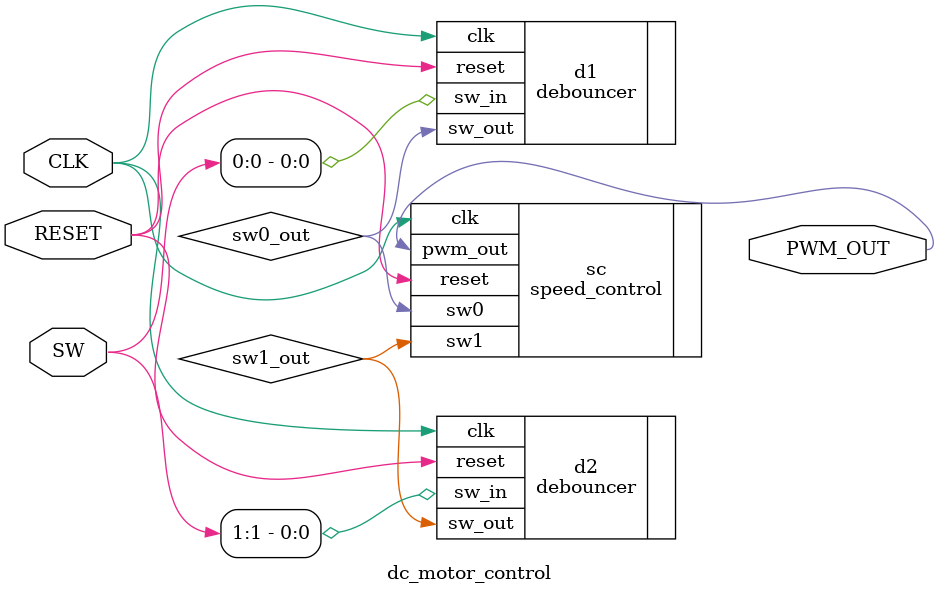
<source format=v>
`timescale 1ns / 1ps

module dc_motor_control(
    input       CLK,
    input       RESET,
    input [1:0] SW,
    output      PWM_OUT
);

wire sw0_out;
wire sw1_out;

debouncer d1 (
    .clk(CLK),
    .reset(RESET),
    .sw_in(SW[0]),
    .sw_out(sw0_out)
);

debouncer d2 (
    .clk(CLK),
    .reset(RESET),
    .sw_in(SW[1]),
    .sw_out(sw1_out)
);

speed_control sc (
    .clk(CLK),
    .reset(RESET),
    .sw0(sw0_out),
    .sw1(sw1_out),
    .pwm_out(PWM_OUT)
);

endmodule

</source>
